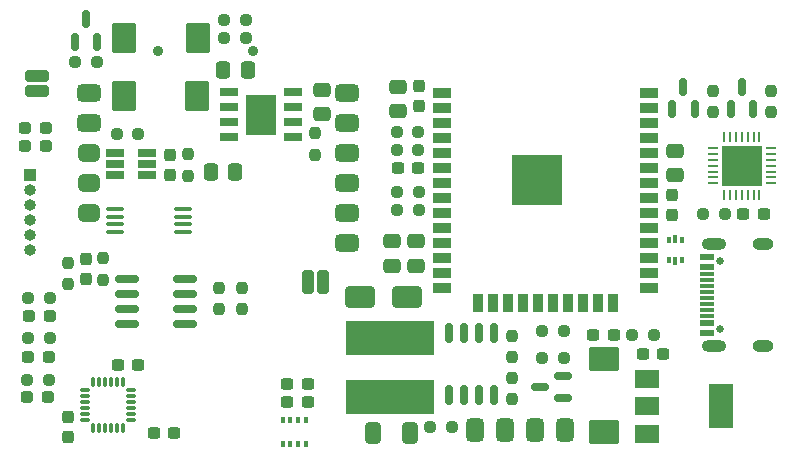
<source format=gbr>
%TF.GenerationSoftware,KiCad,Pcbnew,8.0.6*%
%TF.CreationDate,2024-11-01T17:42:55+02:00*%
%TF.ProjectId,gps_tracer,6770735f-7472-4616-9365-722e6b696361,rev?*%
%TF.SameCoordinates,Original*%
%TF.FileFunction,Soldermask,Top*%
%TF.FilePolarity,Negative*%
%FSLAX46Y46*%
G04 Gerber Fmt 4.6, Leading zero omitted, Abs format (unit mm)*
G04 Created by KiCad (PCBNEW 8.0.6) date 2024-11-01 17:42:55*
%MOMM*%
%LPD*%
G01*
G04 APERTURE LIST*
G04 Aperture macros list*
%AMRoundRect*
0 Rectangle with rounded corners*
0 $1 Rounding radius*
0 $2 $3 $4 $5 $6 $7 $8 $9 X,Y pos of 4 corners*
0 Add a 4 corners polygon primitive as box body*
4,1,4,$2,$3,$4,$5,$6,$7,$8,$9,$2,$3,0*
0 Add four circle primitives for the rounded corners*
1,1,$1+$1,$2,$3*
1,1,$1+$1,$4,$5*
1,1,$1+$1,$6,$7*
1,1,$1+$1,$8,$9*
0 Add four rect primitives between the rounded corners*
20,1,$1+$1,$2,$3,$4,$5,0*
20,1,$1+$1,$4,$5,$6,$7,0*
20,1,$1+$1,$6,$7,$8,$9,0*
20,1,$1+$1,$8,$9,$2,$3,0*%
G04 Aperture macros list end*
%ADD10R,1.525000X0.700000*%
%ADD11R,2.513000X3.402000*%
%ADD12RoundRect,0.237500X-0.237500X0.250000X-0.237500X-0.250000X0.237500X-0.250000X0.237500X0.250000X0*%
%ADD13RoundRect,0.237500X0.237500X-0.250000X0.237500X0.250000X-0.237500X0.250000X-0.237500X-0.250000X0*%
%ADD14RoundRect,0.237500X0.237500X-0.300000X0.237500X0.300000X-0.237500X0.300000X-0.237500X-0.300000X0*%
%ADD15RoundRect,0.237500X0.250000X0.237500X-0.250000X0.237500X-0.250000X-0.237500X0.250000X-0.237500X0*%
%ADD16RoundRect,0.237500X0.300000X0.237500X-0.300000X0.237500X-0.300000X-0.237500X0.300000X-0.237500X0*%
%ADD17RoundRect,0.150000X0.150000X-0.587500X0.150000X0.587500X-0.150000X0.587500X-0.150000X-0.587500X0*%
%ADD18RoundRect,0.237500X-0.300000X-0.237500X0.300000X-0.237500X0.300000X0.237500X-0.300000X0.237500X0*%
%ADD19RoundRect,0.237500X-0.250000X-0.237500X0.250000X-0.237500X0.250000X0.237500X-0.250000X0.237500X0*%
%ADD20RoundRect,0.237500X-0.237500X0.300000X-0.237500X-0.300000X0.237500X-0.300000X0.237500X0.300000X0*%
%ADD21RoundRect,0.075000X-0.350000X-0.075000X0.350000X-0.075000X0.350000X0.075000X-0.350000X0.075000X0*%
%ADD22RoundRect,0.075000X0.075000X-0.350000X0.075000X0.350000X-0.075000X0.350000X-0.075000X-0.350000X0*%
%ADD23R,0.375000X0.500000*%
%ADD24R,0.300000X0.650000*%
%ADD25RoundRect,0.250000X-0.412500X-0.650000X0.412500X-0.650000X0.412500X0.650000X-0.412500X0.650000X0*%
%ADD26RoundRect,0.237500X-0.287500X-0.237500X0.287500X-0.237500X0.287500X0.237500X-0.287500X0.237500X0*%
%ADD27RoundRect,0.250000X-0.475000X0.337500X-0.475000X-0.337500X0.475000X-0.337500X0.475000X0.337500X0*%
%ADD28R,0.350000X0.500000*%
%ADD29RoundRect,0.250000X-1.000000X-0.650000X1.000000X-0.650000X1.000000X0.650000X-1.000000X0.650000X0*%
%ADD30C,0.650000*%
%ADD31R,1.240000X0.600000*%
%ADD32R,1.240000X0.300000*%
%ADD33O,2.100000X1.000000*%
%ADD34O,1.800000X1.000000*%
%ADD35RoundRect,0.062500X-0.337500X-0.062500X0.337500X-0.062500X0.337500X0.062500X-0.337500X0.062500X0*%
%ADD36RoundRect,0.062500X-0.062500X-0.337500X0.062500X-0.337500X0.062500X0.337500X-0.062500X0.337500X0*%
%ADD37R,3.350000X3.350000*%
%ADD38RoundRect,0.250000X0.475000X-0.337500X0.475000X0.337500X-0.475000X0.337500X-0.475000X-0.337500X0*%
%ADD39R,7.500000X3.000000*%
%ADD40RoundRect,0.250000X1.025000X-0.787500X1.025000X0.787500X-1.025000X0.787500X-1.025000X-0.787500X0*%
%ADD41RoundRect,0.250000X-0.787500X-1.025000X0.787500X-1.025000X0.787500X1.025000X-0.787500X1.025000X0*%
%ADD42R,1.560000X0.650000*%
%ADD43RoundRect,0.250000X0.337500X0.475000X-0.337500X0.475000X-0.337500X-0.475000X0.337500X-0.475000X0*%
%ADD44R,2.000000X1.500000*%
%ADD45R,2.000000X3.800000*%
%ADD46RoundRect,0.150000X-0.825000X-0.150000X0.825000X-0.150000X0.825000X0.150000X-0.825000X0.150000X0*%
%ADD47RoundRect,0.150000X0.587500X0.150000X-0.587500X0.150000X-0.587500X-0.150000X0.587500X-0.150000X0*%
%ADD48RoundRect,0.250000X-0.337500X-0.475000X0.337500X-0.475000X0.337500X0.475000X-0.337500X0.475000X0*%
%ADD49RoundRect,0.375000X-0.625000X-0.375000X0.625000X-0.375000X0.625000X0.375000X-0.625000X0.375000X0*%
%ADD50RoundRect,0.375000X-0.525000X-0.375000X0.525000X-0.375000X0.525000X0.375000X-0.525000X0.375000X0*%
%ADD51RoundRect,0.100000X0.637500X0.100000X-0.637500X0.100000X-0.637500X-0.100000X0.637500X-0.100000X0*%
%ADD52RoundRect,0.250000X0.750000X0.250000X-0.750000X0.250000X-0.750000X-0.250000X0.750000X-0.250000X0*%
%ADD53RoundRect,0.250000X-0.250000X0.750000X-0.250000X-0.750000X0.250000X-0.750000X0.250000X0.750000X0*%
%ADD54RoundRect,0.150000X0.150000X-0.675000X0.150000X0.675000X-0.150000X0.675000X-0.150000X-0.675000X0*%
%ADD55R,1.500000X0.900000*%
%ADD56R,0.900000X1.500000*%
%ADD57C,0.600000*%
%ADD58R,4.200000X4.200000*%
%ADD59RoundRect,0.375000X-0.375000X0.625000X-0.375000X-0.625000X0.375000X-0.625000X0.375000X0.625000X0*%
%ADD60C,0.900000*%
%ADD61R,1.000000X1.000000*%
%ADD62O,1.000000X1.000000*%
G04 APERTURE END LIST*
D10*
%TO.C,IC1*%
X71932800Y-48310800D03*
X71932800Y-47040800D03*
X71932800Y-45770800D03*
X71932800Y-44500800D03*
X66508800Y-44500800D03*
X66508800Y-45770800D03*
X66508800Y-47040800D03*
X66508800Y-48310800D03*
D11*
X69220800Y-46405800D03*
%TD*%
D12*
%TO.C,R32*%
X52850000Y-58950000D03*
X52850000Y-60775000D03*
%TD*%
D13*
%TO.C,R23*%
X55850000Y-60375000D03*
X55850000Y-58550000D03*
%TD*%
D14*
%TO.C,C15*%
X54350000Y-60325000D03*
X54350000Y-58600000D03*
%TD*%
D15*
%TO.C,R15*%
X51300000Y-65350000D03*
X49475000Y-65350000D03*
%TD*%
D16*
%TO.C,C20*%
X58765000Y-67590000D03*
X57040000Y-67590000D03*
%TD*%
D13*
%TO.C,R27*%
X65600000Y-62875000D03*
X65600000Y-61050000D03*
%TD*%
D17*
%TO.C,Q1*%
X108945600Y-45974000D03*
X110845600Y-45974000D03*
X109895600Y-44099000D03*
%TD*%
D18*
%TO.C,C4*%
X101526000Y-66649600D03*
X103251000Y-66649600D03*
%TD*%
D19*
%TO.C,R20*%
X83515200Y-72898000D03*
X85340200Y-72898000D03*
%TD*%
D20*
%TO.C,C25*%
X52840000Y-71990000D03*
X52840000Y-73715000D03*
%TD*%
D21*
%TO.C,U12*%
X54280000Y-69730000D03*
X54280000Y-70230000D03*
X54280000Y-70730000D03*
X54280000Y-71230000D03*
X54280000Y-71730000D03*
X54280000Y-72230000D03*
D22*
X54980000Y-72930000D03*
X55480000Y-72930000D03*
X55980000Y-72930000D03*
X56480000Y-72930000D03*
X56980000Y-72930000D03*
X57480000Y-72930000D03*
D21*
X58180000Y-72230000D03*
X58180000Y-71730000D03*
X58180000Y-71230000D03*
X58180000Y-70730000D03*
X58180000Y-70230000D03*
X58180000Y-69730000D03*
D22*
X57480000Y-69030000D03*
X56980000Y-69030000D03*
X56480000Y-69030000D03*
X55980000Y-69030000D03*
X55480000Y-69030000D03*
X54980000Y-69030000D03*
%TD*%
D23*
%TO.C,U2*%
X103729500Y-58736600D03*
D24*
X104267000Y-58811600D03*
D23*
X104804500Y-58736600D03*
X104804500Y-57036600D03*
D24*
X104267000Y-56961600D03*
D23*
X103729500Y-57036600D03*
%TD*%
D19*
%TO.C,R8*%
X100609400Y-65049400D03*
X102434400Y-65049400D03*
%TD*%
D25*
%TO.C,C21*%
X78637600Y-73329800D03*
X81762600Y-73329800D03*
%TD*%
D26*
%TO.C,D7*%
X49220000Y-49050000D03*
X50970000Y-49050000D03*
%TD*%
D27*
%TO.C,C19*%
X74325000Y-44297600D03*
X74325000Y-46372600D03*
%TD*%
D28*
%TO.C,U5*%
X72960000Y-74310000D03*
X72310000Y-74310000D03*
X71660000Y-74310000D03*
X71010000Y-74310000D03*
X71010000Y-72260000D03*
X71660000Y-72260000D03*
X72310000Y-72260000D03*
X72960000Y-72260000D03*
%TD*%
D18*
%TO.C,C13*%
X71420000Y-69220000D03*
X73145000Y-69220000D03*
%TD*%
D19*
%TO.C,R26*%
X53475000Y-41950000D03*
X55300000Y-41950000D03*
%TD*%
D15*
%TO.C,JP6*%
X94840000Y-64760000D03*
X93015000Y-64760000D03*
%TD*%
D29*
%TO.C,D5*%
X77570000Y-61820000D03*
X81570000Y-61820000D03*
%TD*%
D30*
%TO.C,P1*%
X108037400Y-64561200D03*
X108037400Y-58781200D03*
D31*
X106917400Y-64871200D03*
X106917400Y-64071200D03*
D32*
X106917400Y-62921200D03*
X106917400Y-61921200D03*
X106917400Y-61421200D03*
X106917400Y-60421200D03*
D31*
X106917400Y-59271200D03*
X106917400Y-58471200D03*
X106917400Y-58471200D03*
X106917400Y-59271200D03*
D32*
X106917400Y-59921200D03*
X106917400Y-60921200D03*
X106917400Y-62421200D03*
X106917400Y-63421200D03*
D31*
X106917400Y-64071200D03*
X106917400Y-64871200D03*
D33*
X107517400Y-65991200D03*
D34*
X111717400Y-65991200D03*
D33*
X107517400Y-57351200D03*
D34*
X111717400Y-57351200D03*
%TD*%
D26*
%TO.C,D1*%
X49500000Y-66900000D03*
X51250000Y-66900000D03*
%TD*%
D15*
%TO.C,R6*%
X82499200Y-49377600D03*
X80674200Y-49377600D03*
%TD*%
D18*
%TO.C,C6*%
X110010000Y-54840000D03*
X111735000Y-54840000D03*
%TD*%
D15*
%TO.C,R19*%
X51215000Y-68870000D03*
X49390000Y-68870000D03*
%TD*%
D35*
%TO.C,U3*%
X107444200Y-49233200D03*
X107444200Y-49733200D03*
X107444200Y-50233200D03*
X107444200Y-50733200D03*
X107444200Y-51233200D03*
X107444200Y-51733200D03*
X107444200Y-52233200D03*
D36*
X108394200Y-53183200D03*
X108894200Y-53183200D03*
X109394200Y-53183200D03*
X109894200Y-53183200D03*
X110394200Y-53183200D03*
X110894200Y-53183200D03*
X111394200Y-53183200D03*
D35*
X112344200Y-52233200D03*
X112344200Y-51733200D03*
X112344200Y-51233200D03*
X112344200Y-50733200D03*
X112344200Y-50233200D03*
X112344200Y-49733200D03*
X112344200Y-49233200D03*
D36*
X111394200Y-48283200D03*
X110894200Y-48283200D03*
X110394200Y-48283200D03*
X109894200Y-48283200D03*
X109394200Y-48283200D03*
X108894200Y-48283200D03*
X108394200Y-48283200D03*
D37*
X109894200Y-50733200D03*
%TD*%
D15*
%TO.C,R9*%
X82524600Y-54508400D03*
X80699600Y-54508400D03*
%TD*%
D38*
%TO.C,C22*%
X82300000Y-59215000D03*
X82300000Y-57140000D03*
%TD*%
D39*
%TO.C,L1*%
X80137000Y-70354200D03*
X80137000Y-65354200D03*
%TD*%
D38*
%TO.C,C23*%
X80300000Y-59225000D03*
X80300000Y-57150000D03*
%TD*%
D19*
%TO.C,R11*%
X93020000Y-67000000D03*
X94845000Y-67000000D03*
%TD*%
%TO.C,R16*%
X66085000Y-39900000D03*
X67910000Y-39900000D03*
%TD*%
D40*
%TO.C,C3*%
X98200000Y-73322500D03*
X98200000Y-67097500D03*
%TD*%
D18*
%TO.C,C12*%
X71415000Y-70730000D03*
X73140000Y-70730000D03*
%TD*%
D17*
%TO.C,Q8*%
X53406000Y-40229000D03*
X55306000Y-40229000D03*
X54356000Y-38354000D03*
%TD*%
D41*
%TO.C,C14*%
X57568100Y-44805600D03*
X63793100Y-44805600D03*
%TD*%
D19*
%TO.C,R13*%
X66085000Y-38376000D03*
X67910000Y-38376000D03*
%TD*%
D16*
%TO.C,C8*%
X82473800Y-50901600D03*
X80748800Y-50901600D03*
%TD*%
D13*
%TO.C,R5*%
X112395000Y-46202600D03*
X112395000Y-44377600D03*
%TD*%
D19*
%TO.C,R2*%
X106640000Y-54860000D03*
X108465000Y-54860000D03*
%TD*%
D42*
%TO.C,U9*%
X56863000Y-49646800D03*
X56863000Y-50596800D03*
X56863000Y-51546800D03*
X59563000Y-51546800D03*
X59563000Y-50596800D03*
X59563000Y-49646800D03*
%TD*%
D14*
%TO.C,C10*%
X82600800Y-45717800D03*
X82600800Y-43992800D03*
%TD*%
D12*
%TO.C,R4*%
X107416600Y-44373800D03*
X107416600Y-46198800D03*
%TD*%
D43*
%TO.C,C17*%
X68046600Y-42621200D03*
X65971600Y-42621200D03*
%TD*%
D12*
%TO.C,R14*%
X62966600Y-49785900D03*
X62966600Y-51610900D03*
%TD*%
D44*
%TO.C,U1*%
X101853600Y-68820000D03*
X101853600Y-71120000D03*
D45*
X108153600Y-71120000D03*
D44*
X101853600Y-73420000D03*
%TD*%
D46*
%TO.C,U10*%
X62775000Y-60345000D03*
X62775000Y-61615000D03*
X62775000Y-62885000D03*
X62775000Y-64155000D03*
X57825000Y-64155000D03*
X57825000Y-62885000D03*
X57825000Y-61615000D03*
X57825000Y-60345000D03*
%TD*%
D47*
%TO.C,Q3*%
X94716600Y-70403800D03*
X94716600Y-68503800D03*
X92841600Y-69453800D03*
%TD*%
D38*
%TO.C,C9*%
X80822800Y-46118600D03*
X80822800Y-44043600D03*
%TD*%
D13*
%TO.C,R17*%
X73740000Y-49810000D03*
X73740000Y-47985000D03*
%TD*%
D48*
%TO.C,C26*%
X64935000Y-51250000D03*
X67010000Y-51250000D03*
%TD*%
D15*
%TO.C,R7*%
X82524600Y-52933600D03*
X80699600Y-52933600D03*
%TD*%
D18*
%TO.C,C11*%
X97325000Y-65050000D03*
X99050000Y-65050000D03*
%TD*%
D26*
%TO.C,D2*%
X49550000Y-63450000D03*
X51300000Y-63450000D03*
%TD*%
D12*
%TO.C,R21*%
X90410000Y-68685400D03*
X90410000Y-70510400D03*
%TD*%
D49*
%TO.C,U7*%
X54620000Y-44580000D03*
X54620000Y-47120000D03*
D50*
X54620000Y-49660000D03*
X54620000Y-52200000D03*
X54620000Y-54740000D03*
D49*
X76464000Y-57280000D03*
X76464000Y-54740000D03*
X76464000Y-52200000D03*
X76464000Y-49660000D03*
X76464000Y-47120000D03*
X76464000Y-44580000D03*
%TD*%
D16*
%TO.C,C24*%
X61830000Y-73370000D03*
X60105000Y-73370000D03*
%TD*%
D41*
%TO.C,C2*%
X57607200Y-39954200D03*
X63832200Y-39954200D03*
%TD*%
D15*
%TO.C,R1*%
X51325000Y-61950000D03*
X49500000Y-61950000D03*
%TD*%
%TO.C,R18*%
X58780000Y-48010000D03*
X56955000Y-48010000D03*
%TD*%
D51*
%TO.C,U8*%
X62552500Y-56347000D03*
X62552500Y-55697000D03*
X62552500Y-55047000D03*
X62552500Y-54397000D03*
X56827500Y-54397000D03*
X56827500Y-55047000D03*
X56827500Y-55697000D03*
X56827500Y-56347000D03*
%TD*%
D15*
%TO.C,R3*%
X82499200Y-47853600D03*
X80674200Y-47853600D03*
%TD*%
D12*
%TO.C,R22*%
X90410000Y-65130000D03*
X90410000Y-66955000D03*
%TD*%
D17*
%TO.C,Q2*%
X103992600Y-45948600D03*
X105892600Y-45948600D03*
X104942600Y-44073600D03*
%TD*%
D38*
%TO.C,C7*%
X104241600Y-51554200D03*
X104241600Y-49479200D03*
%TD*%
D26*
%TO.C,D6*%
X49230000Y-47550000D03*
X50980000Y-47550000D03*
%TD*%
D52*
%TO.C,J4*%
X50240000Y-44450000D03*
X50240000Y-43180000D03*
%TD*%
D53*
%TO.C,J1*%
X74440000Y-60560000D03*
X73170000Y-60560000D03*
%TD*%
D26*
%TO.C,D4*%
X49400000Y-70350000D03*
X51150000Y-70350000D03*
%TD*%
D20*
%TO.C,C5*%
X104025000Y-53187500D03*
X104025000Y-54912500D03*
%TD*%
D54*
%TO.C,U11*%
X85064600Y-70189000D03*
X86334600Y-70189000D03*
X87604600Y-70189000D03*
X88874600Y-70189000D03*
X88874600Y-64939000D03*
X87604600Y-64939000D03*
X86334600Y-64939000D03*
X85064600Y-64939000D03*
%TD*%
D14*
%TO.C,C18*%
X61442600Y-51560900D03*
X61442600Y-49835900D03*
%TD*%
D12*
%TO.C,R25*%
X67600000Y-61050000D03*
X67600000Y-62875000D03*
%TD*%
D55*
%TO.C,U4*%
X84506400Y-44602400D03*
X84506400Y-45872400D03*
X84506400Y-47142400D03*
X84506400Y-48412400D03*
X84506400Y-49682400D03*
X84506400Y-50952400D03*
X84506400Y-52222400D03*
X84506400Y-53492400D03*
X84506400Y-54762400D03*
X84506400Y-56032400D03*
X84506400Y-57302400D03*
X84506400Y-58572400D03*
X84506400Y-59842400D03*
X84506400Y-61112400D03*
D56*
X87546400Y-62362400D03*
X88816400Y-62362400D03*
X90086400Y-62362400D03*
X91356400Y-62362400D03*
X92626400Y-62362400D03*
X93896400Y-62362400D03*
X95166400Y-62362400D03*
X96436400Y-62362400D03*
X97706400Y-62362400D03*
X98976400Y-62362400D03*
D55*
X102006400Y-61112400D03*
X102006400Y-59842400D03*
X102006400Y-58572400D03*
X102006400Y-57302400D03*
X102006400Y-56032400D03*
X102006400Y-54762400D03*
X102006400Y-53492400D03*
X102006400Y-52222400D03*
X102006400Y-50952400D03*
X102006400Y-49682400D03*
X102006400Y-48412400D03*
X102006400Y-47142400D03*
X102006400Y-45872400D03*
X102006400Y-44602400D03*
D57*
X91051400Y-51179900D03*
X91051400Y-52704900D03*
X91813900Y-50417400D03*
X91813900Y-51942400D03*
X91813900Y-53467400D03*
X92576400Y-51179900D03*
D58*
X92576400Y-51942400D03*
D57*
X92576400Y-52704900D03*
X93338900Y-50417400D03*
X93338900Y-51942400D03*
X93338900Y-53467400D03*
X94101400Y-51179900D03*
X94101400Y-52704900D03*
%TD*%
D59*
%TO.C,U6*%
X94945200Y-73075800D03*
X92405200Y-73075800D03*
X89865200Y-73075800D03*
X87325200Y-73075800D03*
%TD*%
D60*
%TO.C,J5*%
X68480000Y-41010000D03*
X60480000Y-41010000D03*
%TD*%
D61*
%TO.C,J2*%
X49650000Y-51500000D03*
D62*
X49650000Y-52770000D03*
X49650000Y-54040000D03*
X49650000Y-55310000D03*
X49650000Y-56580000D03*
X49650000Y-57850000D03*
%TD*%
M02*

</source>
